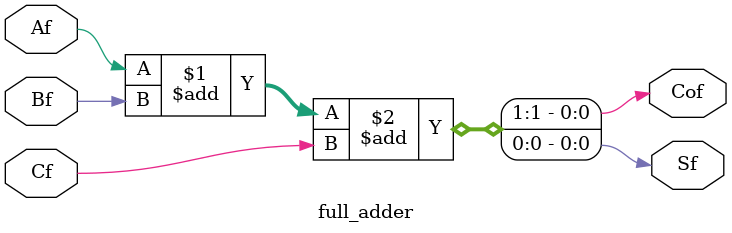
<source format=v>
`timescale 1ns / 1ps


module full_adder(Sf, Cof, Af, Bf, Cf);

input Af, Bf, Cf;
output Sf, Cof;

assign {Cof, Sf} = Af + Bf + Cf;

endmodule

</source>
